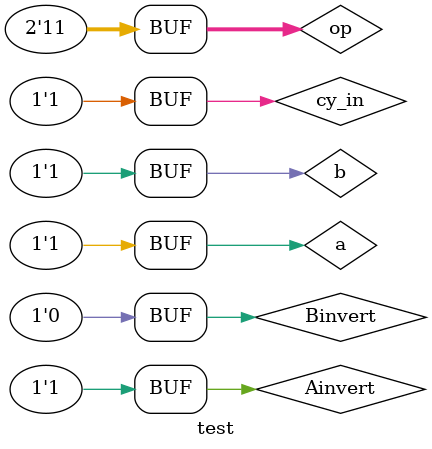
<source format=v>
`timescale 1ns/1ps

module test;

wire result,zero_flag;           
reg a,b,Ainvert,Binvert,cy_in;
reg [1:0]op;

ALU_1_bit f5(result,zero_flag,a,b,Ainvert,Binvert,op,cy_in);      //ALU module called       

initial begin
$dumpfile("ALU.vcd");
$dumpvars(0,test);
end

initial begin

//Inputs set to perform AND Operation

$display("AND Operation");
a=1'b0;
b=1'b0;
Ainvert=1'b0;
Binvert=1'b0;
op=2'b00;
$monitor("a=%b b=%b Ainvert=%b Binvert=%b op=%b result=%b zero_flag=%b",a,b,Ainvert,Binvert,op,result,zero_flag);
#10;
a=1'b0;
b=1'b1;
Ainvert=1'b0;
Binvert=1'b0;
op=2'b00;
$monitor("a=%b b=%b Ainvert=%b Binvert=%b op=%b result=%b zero_flag=%b",a,b,Ainvert,Binvert,op,result,zero_flag);
#10;

a=1'b1;
b=1'b0;
Ainvert=1'b0;
Binvert=1'b0;
op=2'b00;
$monitor("a=%b b=%b Ainvert=%b Binvert=%b op=%b result=%b zero_flag=%b",a,b,Ainvert,Binvert,op,result,zero_flag);
#10;

a=1'b1;
b=1'b1;
Ainvert=1'b0;
Binvert=1'b0;
op=2'b00;
$monitor("a=%b b=%b Ainvert=%b Binvert=%b op=%b result=%b zero_flag=%b\n",a,b,Ainvert,Binvert,op,result,zero_flag);
#10;


//Inputs set to perform OR Operation



$display("For OR Operation");
a=1'b0;
b=1'b0;
Ainvert=1'b0;
Binvert=1'b0;
op=2'b01;
$monitor("a=%b b=%b Ainvert=%b Binvert=%b op=%b result=%b zero_flag=%b",a,b,Ainvert,Binvert,op,result,zero_flag);
#10;

a=1'b0;
b=1'b1;
Ainvert=1'b0;
Binvert=1'b0;
op=2'b01;
$monitor("a=%b b=%b Ainvert=%b Binvert=%b op=%b result=%b zero_flag=%b",a,b,Ainvert,Binvert,op,result,zero_flag);
#10;

a=1'b1;
b=1'b0;
Ainvert=1'b0;
Binvert=1'b0;
op=2'b01;
$monitor("a=%b b=%b Ainvert=%b Binvert=%b op=%b result=%b zero_flag=%b",a,b,Ainvert,Binvert,op,result,zero_flag);
#10;

a=1'b1;
b=1'b1;
Ainvert=1'b0;
Binvert=1'b0;
op=2'b01;
$monitor("a=%b b=%b Ainvert=%b Binvert=%b op=%b result=%b zero_flag=%b\n",a,b,Ainvert,Binvert,op,result,zero_flag);
#10;


//Inputs set to perform ADD Operation



$display("For ADD opeartion");
a=1'b0;
b=1'b0;
Ainvert=1'b0;
Binvert=1'b0;
cy_in=1'b0;
op=2'b10;
$monitor("a=%b b=%b Ainvert=%b Binvert=%b carry in=%b op=%b result=%b zero_flag=%b",a,b,Ainvert,Binvert,cy_in,op,result,zero_flag);
#10;
a=1'b0;
b=1'b1;
Ainvert=1'b0;
Binvert=1'b0;
cy_in=1'b0;
op=2'b10;
$monitor("a=%b b=%b Ainvert=%b Binvert=%b carry in=%b op=%b result=%b zero_flag=%b",a,b,Ainvert,Binvert,cy_in,op,result,zero_flag);
#10;
a=1'b1;
b=1'b0;
Ainvert=1'b0;
Binvert=1'b0;
cy_in=1'b0;
op=2'b10;
$monitor("a=%b b=%b Ainvert=%b Binvert=%b carry in=%b op=%b result=%b zero_flag=%b",a,b,Ainvert,Binvert,cy_in,op,result,zero_flag);
#10;
a=1'b1;
b=1'b1;
Ainvert=1'b0;
Binvert=1'b0;
cy_in=1'b0;
op=2'b10;
$monitor("a=%b b=%b Ainvert=%b Binvert=%b carry in=%b op=%b result=%b zero_flag=%b\n",a,b,Ainvert,Binvert,cy_in,op,result,zero_flag);
#10;



//Inputs set to perform SUB Operation



$display("For SUB opeartion");
a=1'b0;
b=1'b0;
Ainvert=1'b0;
Binvert=1'b1;
cy_in=1'b1;
op=2'b10;
$monitor("a=%b b=%b Ainvert=%b Binvert=%b carry in=%b op=%b result=%b zero_flag=%b",a,b,Ainvert,Binvert,cy_in,op,result,zero_flag);
#10;
a=1'b0;
b=1'b1;
Ainvert=1'b0;
Binvert=1'b1;
cy_in=1'b1;
op=2'b10;
$monitor("a=%b b=%b Ainvert=%b Binvert=%b carry in=%b op=%b result=%b zero_flag=%b",a,b,Ainvert,Binvert,cy_in,op,result,zero_flag);
#10;
a=1'b1;
b=1'b0;
Ainvert=1'b0;
Binvert=1'b1;
cy_in=1'b1;
op=2'b10;
$monitor("a=%b b=%b Ainvert=%b Binvert=%b carry in=%b op=%b result=%b zero_flag=%b",a,b,Ainvert,Binvert,cy_in,op,result,zero_flag);
#10;
a=1'b1;
b=1'b1;
Ainvert=1'b0;
Binvert=1'b1;
cy_in=1'b1;
op=2'b10;
$monitor("a=%b b=%b Ainvert=%b Binvert=%b carry in=%b op=%b result=%b zero_flag=%b\n",a,b,Ainvert,Binvert,cy_in,op,result,zero_flag);
#10;




//Inputs set to perform NAND Operation




$display("For NAND opeartion");
a=1'b0;
b=1'b0;
Ainvert=1'b1;
Binvert=1'b1;
op=2'b01;
$monitor("a=%b b=%b Ainvert=%b Binvert=%b op=%b result=%b zero_flag=%b",a,b,Ainvert,Binvert,op,result,zero_flag);
#10;
a=1'b0;
b=1'b1;
Ainvert=1'b1;
Binvert=1'b1;
op=2'b01;
$monitor("a=%b b=%b Ainvert=%b Binvert=%b op=%b result=%b zero_flag=%b",a,b,Ainvert,Binvert,op,result,zero_flag);
#10;
a=1'b1;
b=1'b0;
Ainvert=1'b1;
Binvert=1'b1;
op=2'b01;
$monitor("a=%b b=%b Ainvert=%b Binvert=%b op=%b result=%b zero_flag=%b",a,b,Ainvert,Binvert,op,result,zero_flag);
#10;
a=1'b1;
b=1'b1;
Ainvert=1'b1;
Binvert=1'b1;
op=2'b01;
$monitor("a=%b b=%b Ainvert=%b Binvert=%b op=%b result=%b zero_flag=%b\n",a,b,Ainvert,Binvert,op,result,zero_flag);
#10;





//Inputs set to perform NOR Operation






$display("For NOR operation");
a=1'b0;
b=1'b0;
Ainvert=1'b1;
Binvert=1'b1;
op=2'b00;
$monitor("a=%b b=%b Ainvert=%b Binvert=%b op=%b result=%b zero_flag=%b",a,b,Ainvert,Binvert,op,result,zero_flag);
#10;
a=1'b0;
b=1'b1;
Ainvert=1'b1;
Binvert=1'b1;
op=2'b00;
$monitor("a=%b b=%b Ainvert=%b Binvert=%b op=%b result=%b zero_flag=%b",a,b,Ainvert,Binvert,op,result,zero_flag);
#10;
a=1'b1;
b=1'b0;
Ainvert=1'b1;
Binvert=1'b1;
op=2'b00;
$monitor("a=%b b=%b Ainvert=%b Binvert=%b op=%b result=%b zero_flag=%b",a,b,Ainvert,Binvert,op,result,zero_flag);
#10;
a=1'b1;
b=1'b1;
Ainvert=1'b1;
Binvert=1'b1;
op=2'b00;
$monitor("a=%b b=%b Ainvert=%b Binvert=%b op=%b result=%b zero_flag=%b\n",a,b,Ainvert,Binvert,op,result,zero_flag);
#10;



//Inputs set to determine whether a>b 



$display("To get the result when a>b");
a=1'b0;
b=1'b0;
Ainvert=1'b1;
Binvert=1'b0;
cy_in=1'b1;
op=2'b11;
$monitor("a=%b b=%b Ainvert=%b Binvert=%b carry in=%b op=%b result=%b",a,b,Ainvert,Binvert,cy_in,op,result);
#10;
a=1'b0;
b=1'b1;
Ainvert=1'b1;
Binvert=1'b0;
cy_in=1'b1;
op=2'b11;
$monitor("a=%b b=%b Ainvert=%b Binvert=%b carry in=%b op=%b result=%b",a,b,Ainvert,Binvert,cy_in,op,result);
#10;
a=1'b1;
b=1'b0;
Ainvert=1'b1;
Binvert=1'b0;
cy_in=1'b1;
op=2'b11;
$monitor("a=%b b=%b Ainvert=%b Binvert=%b carry in=%b op=%b result=%b",a,b,Ainvert,Binvert,cy_in,op,result);
#10;
a=1'b1;
b=1'b1;
Ainvert=1'b1;
Binvert=1'b0;
cy_in=1'b1;
op=2'b11;
$monitor("a=%b b=%b Ainvert=%b Binvert=%b carry in=%b op=%b result=%b\n",a,b,Ainvert,Binvert,cy_in,op,result);
#10;

end

endmodule

</source>
